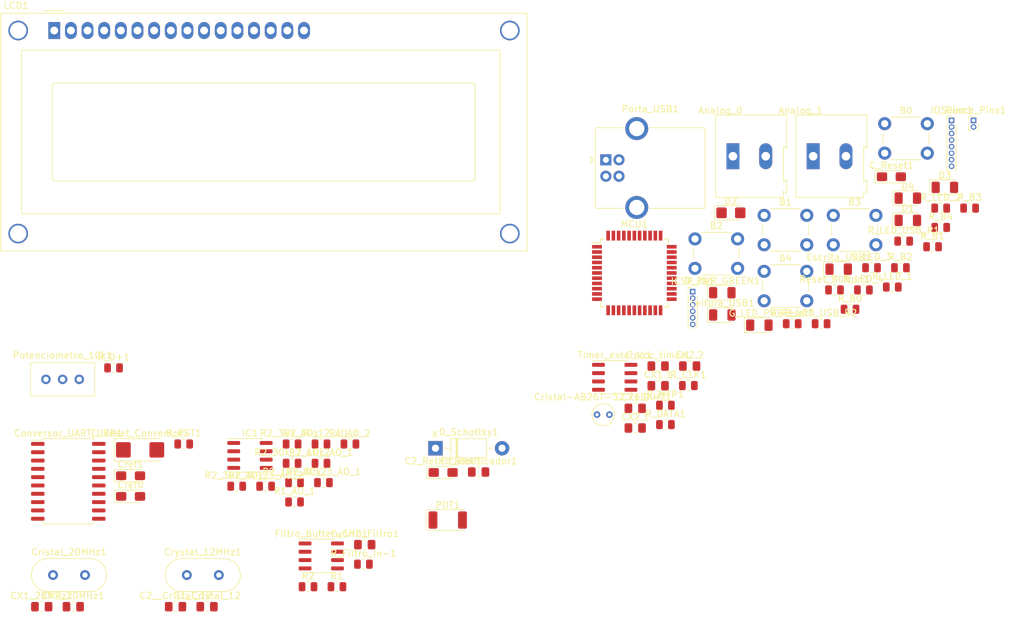
<source format=kicad_pcb>
(kicad_pcb (version 20171130) (host pcbnew "(5.1.9)-1")
  (layers (0 F.Cu signal) (31 B.Cu signal) (34 B.Paste user) (35 F.Paste user) (36 B.SilkS user) (37 F.SilkS user) (38 B.Mask user) (39 F.Mask user) (44 Edge.Cuts user))
  (net 0 "")
  (net 1 /LM358/V-_1)
  (net 2 /LM358/V+_1)
  (net 3 /LM358/V+_2)
  (net 4 /LM358/V-_2)
  (net 5 GNDREF)
  (net 6 /Analog_KB)
  (net 7 "Net-(B1-Pad1)")
  (net 8 "Net-(B2-Pad1)")
  (net 9 "Net-(B3-Pad1)")
  (net 10 "Net-(B4-Pad1)")
  (net 11 /Conversor_UART_USB/sheet60BE6300/X1)
  (net 12 "Net-(C1_Retificador1-Pad1)")
  (net 13 /Conversor_UART_USB/sheet60BE6300/X2)
  (net 14 Vcc_5v)
  (net 15 "Net-(C_GND_Filtro1-Pad1)")
  (net 16 /MCLR)
  (net 17 "Net-(C_Reset_Conversor1-Pad1)")
  (net 18 /USB_T_Led)
  (net 19 /USB_R_Led)
  (net 20 "Net-(Conversor_UART_USB1-Pad7)")
  (net 21 "Net-(Conversor_UART_USB1-Pad8)")
  (net 22 "Net-(Conversor_UART_USB1-Pad9)")
  (net 23 /PIC_Rx)
  (net 24 /RTS_Conversor)
  (net 25 /PIC_Tx)
  (net 26 /CTS_Conversor)
  (net 27 "Net-(Conversor_UART_USB1-Pad14)")
  (net 28 "Net-(Conversor_UART_USB1-Pad15)")
  (net 29 "Net-(Conversor_UART_USB1-Pad16)")
  (net 30 "Net-(Conversor_UART_USB1-Pad17)")
  (net 31 /USB_D-)
  (net 32 /USB_D+)
  (net 33 "Net-(CX1.1-Pad1)")
  (net 34 "Net-(CX2.1-Pad2)")
  (net 35 /X1_20MHx)
  (net 36 /X2_20MHz)
  (net 37 "Net-(D1-Pad2)")
  (net 38 "Net-(D2-Pad2)")
  (net 39 "Net-(D3-Pad2)")
  (net 40 "Net-(D4-Pad2)")
  (net 41 "Net-(D_PWR_GREEN1-Pad2)")
  (net 42 VCC)
  (net 43 "Net-(Escrita_USB1-Pad2)")
  (net 44 "Net-(Filtro_Butterworth1-Pad7)")
  (net 45 "Net-(Filtro_Butterworth1-Pad6)")
  (net 46 "Net-(Filtro_Butterworth1-Pad5)")
  (net 47 "Net-(Filtro_Butterworth1-Pad2)")
  (net 48 /PWM_Out)
  (net 49 /Analog_0)
  (net 50 "Net-(Ganho_AO_1-Pad5)")
  (net 51 "Net-(Ganho_AO_2-Pad5)")
  (net 52 /Analog_1)
  (net 53 /ICSP_RST)
  (net 54 /ICSP_Data)
  (net 55 /ICSP_Clk)
  (net 56 /ICSP_Enable)
  (net 57 /IO_00)
  (net 58 /IO_01)
  (net 59 /IO_02)
  (net 60 /IO_03)
  (net 61 /IO_04)
  (net 62 /IO_05)
  (net 63 /IO_06)
  (net 64 /IO_07)
  (net 65 "Net-(LCD1-Pad3)")
  (net 66 /LCD_RS)
  (net 67 /LCD_RW)
  (net 68 /LCD_ENABLE)
  (net 69 /LCD_B0)
  (net 70 /LCD_B1)
  (net 71 /LCD_B2)
  (net 72 /LCD_B3)
  (net 73 /LCD_B4)
  (net 74 /LCD_B5)
  (net 75 /LCD_B6)
  (net 76 /LCD_B7)
  (net 77 "Net-(LCD1-Pad15)")
  (net 78 "Net-(Leitura_USB1-Pad2)")
  (net 79 /Serial_Data)
  (net 80 /Serial_Clk)
  (net 81 /Interrupt_timer)
  (net 82 /Analog_2)
  (net 83 "Net-(MCU1-Pad34)")
  (net 84 /PWM)
  (net 85 VUSB_3.3v)
  (net 86 /Vbus_Externo)
  (net 87 "Net-(Porta_USB1-Pad5)")
  (net 88 "Net-(POT1-Pad1)")
  (net 89 "Net-(Ganho_AO_1-Pad2)")
  (net 90 "Net-(Ganho_AO_2-Pad2)")
  (net 91 "Net-(R2_30k_2_AO_1-Pad2)")
  (net 92 "Net-(Ganho_AO_1-Pad3)")
  (net 93 "Net-(R2_30k_2_AO_2-Pad2)")
  (net 94 "Net-(Ganho_AO_2-Pad3)")
  (net 95 "Net-(Ganho_AO_1-Pad4)")
  (net 96 "Net-(Ganho_AO_2-Pad4)")
  (net 97 /IO_00_LED_1)
  (net 98 /IO_01_LED_2)
  (net 99 /IO_02_LED_3)
  (net 100 /IO_03_LED_4)
  (module TerminalBlock:TerminalBlock_Altech_AK300-2_P5.00mm (layer F.Cu) (at 517.555001 -74.784999)
    (fp_text reference Analog_0 (at -1.92 -6.99) (layer F.SilkS))
    (fp_text value Screw_Terminal_01x02)
    (pad 1 thru_hole rect (at 0 0) (size 1.98 3.96) (drill 1.32) (layers *.Cu *.Mask) (net 1 /LM358/V-_1))
    (pad 2 thru_hole oval (at 5 0) (size 1.98 3.96) (drill 1.32) (layers *.Cu *.Mask) (net 2 /LM358/V+_1))
  )
  (module TerminalBlock:TerminalBlock_Altech_AK300-2_P5.00mm (layer F.Cu) (at 529.795001 -74.784999)
    (fp_text reference Analog_1 (at -1.92 -6.99) (layer F.SilkS))
    (fp_text value Screw_Terminal_01x02)
    (pad 2 thru_hole oval (at 5 0) (size 1.98 3.96) (drill 1.32) (layers *.Cu *.Mask) (net 3 /LM358/V+_2))
    (pad 1 thru_hole rect (at 0 0) (size 1.98 3.96) (drill 1.32) (layers *.Cu *.Mask) (net 4 /LM358/V-_2))
  )
  (module Button_Switch_THT:SW_PUSH_6mm (layer F.Cu) (at 540.705001 -79.754999)
    (fp_text reference B0 (at 3.25 -2) (layer F.SilkS))
    (fp_text value SW_Push)
    (pad 2 thru_hole circle (at 0 4.5 90) (size 2 2) (drill 1.1) (layers *.Cu *.Mask) (net 5 GNDREF))
    (pad 1 thru_hole circle (at 0 0 90) (size 2 2) (drill 1.1) (layers *.Cu *.Mask) (net 6 /Analog_KB))
    (pad 2 thru_hole circle (at 6.5 4.5 90) (size 2 2) (drill 1.1) (layers *.Cu *.Mask) (net 5 GNDREF))
    (pad 1 thru_hole circle (at 6.5 0 90) (size 2 2) (drill 1.1) (layers *.Cu *.Mask) (net 6 /Analog_KB))
  )
  (module Button_Switch_THT:SW_PUSH_6mm (layer F.Cu) (at 522.315001 -65.764999)
    (fp_text reference B1 (at 3.25 -2) (layer F.SilkS))
    (fp_text value SW_Push)
    (pad 1 thru_hole circle (at 6.5 0 90) (size 2 2) (drill 1.1) (layers *.Cu *.Mask) (net 7 "Net-(B1-Pad1)"))
    (pad 2 thru_hole circle (at 6.5 4.5 90) (size 2 2) (drill 1.1) (layers *.Cu *.Mask) (net 5 GNDREF))
    (pad 1 thru_hole circle (at 0 0 90) (size 2 2) (drill 1.1) (layers *.Cu *.Mask) (net 7 "Net-(B1-Pad1)"))
    (pad 2 thru_hole circle (at 0 4.5 90) (size 2 2) (drill 1.1) (layers *.Cu *.Mask) (net 5 GNDREF))
  )
  (module Button_Switch_THT:SW_PUSH_6mm (layer F.Cu) (at 511.765001 -62.164999)
    (fp_text reference B2 (at 3.25 -2) (layer F.SilkS))
    (fp_text value SW_Push)
    (pad 2 thru_hole circle (at 0 4.5 90) (size 2 2) (drill 1.1) (layers *.Cu *.Mask) (net 5 GNDREF))
    (pad 1 thru_hole circle (at 0 0 90) (size 2 2) (drill 1.1) (layers *.Cu *.Mask) (net 8 "Net-(B2-Pad1)"))
    (pad 2 thru_hole circle (at 6.5 4.5 90) (size 2 2) (drill 1.1) (layers *.Cu *.Mask) (net 5 GNDREF))
    (pad 1 thru_hole circle (at 6.5 0 90) (size 2 2) (drill 1.1) (layers *.Cu *.Mask) (net 8 "Net-(B2-Pad1)"))
  )
  (module Button_Switch_THT:SW_PUSH_6mm (layer F.Cu) (at 532.865001 -65.764999)
    (fp_text reference B3 (at 3.25 -2) (layer F.SilkS))
    (fp_text value SW_Push)
    (pad 1 thru_hole circle (at 6.5 0 90) (size 2 2) (drill 1.1) (layers *.Cu *.Mask) (net 9 "Net-(B3-Pad1)"))
    (pad 2 thru_hole circle (at 6.5 4.5 90) (size 2 2) (drill 1.1) (layers *.Cu *.Mask) (net 5 GNDREF))
    (pad 1 thru_hole circle (at 0 0 90) (size 2 2) (drill 1.1) (layers *.Cu *.Mask) (net 9 "Net-(B3-Pad1)"))
    (pad 2 thru_hole circle (at 0 4.5 90) (size 2 2) (drill 1.1) (layers *.Cu *.Mask) (net 5 GNDREF))
  )
  (module Button_Switch_THT:SW_PUSH_6mm (layer F.Cu) (at 522.315001 -57.214999)
    (fp_text reference B4 (at 3.25 -2) (layer F.SilkS))
    (fp_text value SW_Push)
    (pad 2 thru_hole circle (at 0 4.5 90) (size 2 2) (drill 1.1) (layers *.Cu *.Mask) (net 5 GNDREF))
    (pad 1 thru_hole circle (at 0 0 90) (size 2 2) (drill 1.1) (layers *.Cu *.Mask) (net 10 "Net-(B4-Pad1)"))
    (pad 2 thru_hole circle (at 6.5 4.5 90) (size 2 2) (drill 1.1) (layers *.Cu *.Mask) (net 5 GNDREF))
    (pad 1 thru_hole circle (at 6.5 0 90) (size 2 2) (drill 1.1) (layers *.Cu *.Mask) (net 10 "Net-(B4-Pad1)"))
  )
  (module Capacitor_SMD:C_0805_2012Metric_Pad1.18x1.45mm_HandSolder (layer F.Cu) (at 437.335001 -6.014999)
    (fp_text reference C1_Cristal_12 (at 0 -1.68) (layer F.SilkS))
    (fp_text value 22pF)
    (pad 2 smd roundrect (at 1.0375 0) (size 1.175 1.45) (layers F.Cu F.Paste F.Mask) (roundrect_rratio 0.212766) (net 5 GNDREF))
    (pad 1 smd roundrect (at -1.0375 0) (size 1.175 1.45) (layers F.Cu F.Paste F.Mask) (roundrect_rratio 0.212766) (net 11 /Conversor_UART_USB/sheet60BE6300/X1))
  )
  (module Capacitor_SMD:C_0805_2012Metric_Pad1.18x1.45mm_HandSolder (layer F.Cu) (at 478.755001 -26.574999)
    (fp_text reference C1_Retificador1 (at 0 -1.68) (layer F.SilkS))
    (fp_text value 100n)
    (pad 1 smd roundrect (at -1.0375 0) (size 1.175 1.45) (layers F.Cu F.Paste F.Mask) (roundrect_rratio 0.212766) (net 12 "Net-(C1_Retificador1-Pad1)"))
    (pad 2 smd roundrect (at 1.0375 0) (size 1.175 1.45) (layers F.Cu F.Paste F.Mask) (roundrect_rratio 0.212766) (net 5 GNDREF))
  )
  (module Capacitor_SMD:C_0805_2012Metric_Pad1.18x1.45mm_HandSolder (layer F.Cu) (at 432.525001 -6.014999)
    (fp_text reference C2__Cristal_12 (at 0 -1.68) (layer F.SilkS))
    (fp_text value 22pF)
    (pad 1 smd roundrect (at -1.0375 0) (size 1.175 1.45) (layers F.Cu F.Paste F.Mask) (roundrect_rratio 0.212766) (net 13 /Conversor_UART_USB/sheet60BE6300/X2))
    (pad 2 smd roundrect (at 1.0375 0) (size 1.175 1.45) (layers F.Cu F.Paste F.Mask) (roundrect_rratio 0.212766) (net 5 GNDREF))
  )
  (module Capacitor_Tantalum_SMD:CP_EIA-3216-18_Kemet-A_Pad1.58x1.35mm_HandSolder (layer F.Cu) (at 473.345001 -26.504999)
    (fp_text reference C2_Retificador1 (at 0 -1.75) (layer F.SilkS))
    (fp_text value 10u)
    (pad 1 smd roundrect (at -1.4375 0) (size 1.575 1.35) (layers F.Cu F.Paste F.Mask) (roundrect_rratio 0.185185) (net 14 Vcc_5v))
    (pad 2 smd roundrect (at 1.4375 0) (size 1.575 1.35) (layers F.Cu F.Paste F.Mask) (roundrect_rratio 0.185185) (net 5 GNDREF))
  )
  (module Capacitor_SMD:C_0805_2012Metric_Pad1.18x1.45mm_HandSolder (layer F.Cu) (at 461.385001 -15.484999)
    (fp_text reference C_GND_Filtro1 (at 0 -1.68) (layer F.SilkS))
    (fp_text value 10nF)
    (pad 1 smd roundrect (at -1.0375 0) (size 1.175 1.45) (layers F.Cu F.Paste F.Mask) (roundrect_rratio 0.212766) (net 15 "Net-(C_GND_Filtro1-Pad1)"))
    (pad 2 smd roundrect (at 1.0375 0) (size 1.175 1.45) (layers F.Cu F.Paste F.Mask) (roundrect_rratio 0.212766) (net 5 GNDREF))
  )
  (module Capacitor_Tantalum_SMD:CP_EIA-3216-18_Kemet-A_Pad1.58x1.35mm_HandSolder (layer F.Cu) (at 541.725001 -71.654999)
    (fp_text reference C_Reset1 (at 0 -1.75) (layer F.SilkS))
    (fp_text value 10uF)
    (pad 2 smd roundrect (at 1.4375 0) (size 1.575 1.35) (layers F.Cu F.Paste F.Mask) (roundrect_rratio 0.185185) (net 5 GNDREF))
    (pad 1 smd roundrect (at -1.4375 0) (size 1.575 1.35) (layers F.Cu F.Paste F.Mask) (roundrect_rratio 0.185185) (net 16 /MCLR))
  )
  (module Capacitor_Tantalum_SMD:CP_EIA-6032-28_Kemet-C_Pad2.25x2.35mm_HandSolder (layer F.Cu) (at 427.115001 -29.954999)
    (fp_text reference C_Reset_Conversor1 (at 0 -2.55) (layer F.SilkS))
    (fp_text value 1uF)
    (pad 1 smd roundrect (at -2.55 0) (size 2.25 2.35) (layers F.Cu F.Paste F.Mask) (roundrect_rratio 0.111111) (net 17 "Net-(C_Reset_Conversor1-Pad1)"))
    (pad 2 smd roundrect (at 2.55 0) (size 2.25 2.35) (layers F.Cu F.Paste F.Mask) (roundrect_rratio 0.111111) (net 5 GNDREF))
  )
  (module Capacitor_SMD:C_0805_2012Metric_Pad1.18x1.45mm_HandSolder (layer F.Cu) (at 506.145001 -42.754999)
    (fp_text reference C_Vcc_timer1 (at 0 -1.68) (layer F.SilkS))
    (fp_text value 100n)
    (pad 2 smd roundrect (at 1.0375 0) (size 1.175 1.45) (layers F.Cu F.Paste F.Mask) (roundrect_rratio 0.212766) (net 14 Vcc_5v))
    (pad 1 smd roundrect (at -1.0375 0) (size 1.175 1.45) (layers F.Cu F.Paste F.Mask) (roundrect_rratio 0.212766) (net 5 GNDREF))
  )
  (module Package_SO:SOIC-20W_7.5x12.8mm_P1.27mm (layer F.Cu) (at 416.165001 -25.154999)
    (fp_text reference Conversor_UART_USB1 (at 0 -7.35) (layer F.SilkS))
    (fp_text value MCP2200-I-SO)
    (pad 1 smd roundrect (at -4.65 -5.715) (size 2.05 0.6) (layers F.Cu F.Paste F.Mask) (net 14 Vcc_5v))
    (pad 2 smd roundrect (at -4.65 -4.445) (size 2.05 0.6) (layers F.Cu F.Paste F.Mask) (net 11 /Conversor_UART_USB/sheet60BE6300/X1))
    (pad 3 smd roundrect (at -4.65 -3.175) (size 2.05 0.6) (layers F.Cu F.Paste F.Mask) (net 13 /Conversor_UART_USB/sheet60BE6300/X2))
    (pad 4 smd roundrect (at -4.65 -1.905) (size 2.05 0.6) (layers F.Cu F.Paste F.Mask) (net 17 "Net-(C_Reset_Conversor1-Pad1)"))
    (pad 5 smd roundrect (at -4.65 -0.635) (size 2.05 0.6) (layers F.Cu F.Paste F.Mask) (net 18 /USB_T_Led))
    (pad 6 smd roundrect (at -4.65 0.635) (size 2.05 0.6) (layers F.Cu F.Paste F.Mask) (net 19 /USB_R_Led))
    (pad 7 smd roundrect (at -4.65 1.905) (size 2.05 0.6) (layers F.Cu F.Paste F.Mask) (net 20 "Net-(Conversor_UART_USB1-Pad7)"))
    (pad 8 smd roundrect (at -4.65 3.175) (size 2.05 0.6) (layers F.Cu F.Paste F.Mask) (net 21 "Net-(Conversor_UART_USB1-Pad8)"))
    (pad 9 smd roundrect (at -4.65 4.445) (size 2.05 0.6) (layers F.Cu F.Paste F.Mask) (net 22 "Net-(Conversor_UART_USB1-Pad9)"))
    (pad 10 smd roundrect (at -4.65 5.715) (size 2.05 0.6) (layers F.Cu F.Paste F.Mask) (net 23 /PIC_Rx))
    (pad 11 smd roundrect (at 4.65 5.715) (size 2.05 0.6) (layers F.Cu F.Paste F.Mask) (net 24 /RTS_Conversor))
    (pad 12 smd roundrect (at 4.65 4.445) (size 2.05 0.6) (layers F.Cu F.Paste F.Mask) (net 25 /PIC_Tx))
    (pad 13 smd roundrect (at 4.65 3.175) (size 2.05 0.6) (layers F.Cu F.Paste F.Mask) (net 26 /CTS_Conversor))
    (pad 14 smd roundrect (at 4.65 1.905) (size 2.05 0.6) (layers F.Cu F.Paste F.Mask) (net 27 "Net-(Conversor_UART_USB1-Pad14)"))
    (pad 15 smd roundrect (at 4.65 0.635) (size 2.05 0.6) (layers F.Cu F.Paste F.Mask) (net 28 "Net-(Conversor_UART_USB1-Pad15)"))
    (pad 16 smd roundrect (at 4.65 -0.635) (size 2.05 0.6) (layers F.Cu F.Paste F.Mask) (net 29 "Net-(Conversor_UART_USB1-Pad16)"))
    (pad 17 smd roundrect (at 4.65 -1.905) (size 2.05 0.6) (layers F.Cu F.Paste F.Mask) (net 30 "Net-(Conversor_UART_USB1-Pad17)"))
    (pad 18 smd roundrect (at 4.65 -3.175) (size 2.05 0.6) (layers F.Cu F.Paste F.Mask) (net 31 /USB_D-))
    (pad 19 smd roundrect (at 4.65 -4.445) (size 2.05 0.6) (layers F.Cu F.Paste F.Mask) (net 32 /USB_D+))
    (pad 20 smd roundrect (at 4.65 -5.715) (size 2.05 0.6) (layers F.Cu F.Paste F.Mask) (net 5 GNDREF))
  )
  (module Capacitor_Tantalum_SMD:CP_EIA-3216-18_Kemet-A_Pad1.58x1.35mm_HandSolder (layer F.Cu) (at 425.665001 -22.854999)
    (fp_text reference Cref0 (at 0 -1.75) (layer F.SilkS))
    (fp_text value 10uF)
    (pad 2 smd roundrect (at 1.4375 0) (size 1.575 1.35) (layers F.Cu F.Paste F.Mask) (roundrect_rratio 0.185185) (net 30 "Net-(Conversor_UART_USB1-Pad17)"))
    (pad 1 smd roundrect (at -1.4375 0) (size 1.575 1.35) (layers F.Cu F.Paste F.Mask) (roundrect_rratio 0.185185) (net 5 GNDREF))
  )
  (module Capacitor_Tantalum_SMD:CP_EIA-3216-18_Kemet-A_Pad1.58x1.35mm_HandSolder (layer F.Cu) (at 425.665001 -26.004999)
    (fp_text reference Cref1 (at 0 -1.75) (layer F.SilkS))
    (fp_text value 10uF)
    (pad 1 smd roundrect (at -1.4375 0) (size 1.575 1.35) (layers F.Cu F.Paste F.Mask) (roundrect_rratio 0.185185) (net 5 GNDREF))
    (pad 2 smd roundrect (at 1.4375 0) (size 1.575 1.35) (layers F.Cu F.Paste F.Mask) (roundrect_rratio 0.185185) (net 30 "Net-(Conversor_UART_USB1-Pad17)"))
  )
  (module Crystal:Crystal_Round_D3.0mm_Vertical (layer F.Cu) (at 496.815001 -35.334999)
    (fp_text reference Cristal-AB26T-32.768KHZ1 (at 0.95 -2.7) (layer F.SilkS))
    (fp_text value 32.768kHz)
    (pad 1 thru_hole circle (at 0 0) (size 1 1) (drill 0.5) (layers *.Cu *.Mask) (net 33 "Net-(CX1.1-Pad1)"))
    (pad 2 thru_hole circle (at 1.9 0) (size 1 1) (drill 0.5) (layers *.Cu *.Mask) (net 34 "Net-(CX2.1-Pad2)"))
  )
  (module Crystal:Crystal_HC49-4H_Vertical (layer F.Cu) (at 413.835001 -10.844999)
    (fp_text reference Cristal_20MHz1 (at 2.44 -3.525) (layer F.SilkS))
    (fp_text value 20MHz)
    (pad 1 thru_hole circle (at 0 0) (size 1.5 1.5) (drill 0.8) (layers *.Cu *.Mask) (net 35 /X1_20MHx))
    (pad 2 thru_hole circle (at 4.88 0) (size 1.5 1.5) (drill 0.8) (layers *.Cu *.Mask) (net 36 /X2_20MHz))
  )
  (module Crystal:Crystal_HC49-4H_Vertical (layer F.Cu) (at 434.245001 -10.844999)
    (fp_text reference Crystal_12MHz1 (at 2.44 -3.525) (layer F.SilkS))
    (fp_text value 12MHz)
    (pad 2 thru_hole circle (at 4.88 0) (size 1.5 1.5) (drill 0.8) (layers *.Cu *.Mask) (net 13 /Conversor_UART_USB/sheet60BE6300/X2))
    (pad 1 thru_hole circle (at 0 0) (size 1.5 1.5) (drill 0.8) (layers *.Cu *.Mask) (net 11 /Conversor_UART_USB/sheet60BE6300/X1))
  )
  (module Capacitor_SMD:C_0805_2012Metric_Pad1.18x1.45mm_HandSolder (layer F.Cu) (at 502.645001 -36.304999)
    (fp_text reference CX1.2 (at 0 -1.68) (layer F.SilkS))
    (fp_text value 15pF)
    (pad 1 smd roundrect (at -1.0375 0) (size 1.175 1.45) (layers F.Cu F.Paste F.Mask) (roundrect_rratio 0.212766) (net 33 "Net-(CX1.1-Pad1)"))
    (pad 2 smd roundrect (at 1.0375 0) (size 1.175 1.45) (layers F.Cu F.Paste F.Mask) (roundrect_rratio 0.212766) (net 5 GNDREF))
  )
  (module Capacitor_SMD:C_0805_2012Metric_Pad1.18x1.45mm_HandSolder (layer F.Cu) (at 506.145001 -39.744999)
    (fp_text reference CX1.1 (at 0 -1.68) (layer F.SilkS))
    (fp_text value 10pF)
    (pad 2 smd roundrect (at 1.0375 0) (size 1.175 1.45) (layers F.Cu F.Paste F.Mask) (roundrect_rratio 0.212766) (net 5 GNDREF))
    (pad 1 smd roundrect (at -1.0375 0) (size 1.175 1.45) (layers F.Cu F.Paste F.Mask) (roundrect_rratio 0.212766) (net 33 "Net-(CX1.1-Pad1)"))
  )
  (module Capacitor_SMD:C_0805_2012Metric_Pad1.18x1.45mm_HandSolder (layer F.Cu) (at 510.955001 -42.754999)
    (fp_text reference CX2.2 (at 0 -1.68) (layer F.SilkS))
    (fp_text value 15pF)
    (pad 2 smd roundrect (at 1.0375 0) (size 1.175 1.45) (layers F.Cu F.Paste F.Mask) (roundrect_rratio 0.212766) (net 5 GNDREF))
    (pad 1 smd roundrect (at -1.0375 0) (size 1.175 1.45) (layers F.Cu F.Paste F.Mask) (roundrect_rratio 0.212766) (net 34 "Net-(CX2.1-Pad2)"))
  )
  (module Capacitor_SMD:C_0805_2012Metric_Pad1.18x1.45mm_HandSolder (layer F.Cu) (at 502.645001 -33.294999)
    (fp_text reference CX2.1 (at 0 -1.68) (layer F.SilkS))
    (fp_text value 10pF)
    (pad 1 smd roundrect (at -1.0375 0) (size 1.175 1.45) (layers F.Cu F.Paste F.Mask) (roundrect_rratio 0.212766) (net 5 GNDREF))
    (pad 2 smd roundrect (at 1.0375 0) (size 1.175 1.45) (layers F.Cu F.Paste F.Mask) (roundrect_rratio 0.212766) (net 34 "Net-(CX2.1-Pad2)"))
  )
  (module Capacitor_SMD:C_0805_2012Metric_Pad1.18x1.45mm_HandSolder (layer F.Cu) (at 412.115001 -6.014999)
    (fp_text reference CX1_20MHz1 (at 0 -1.68) (layer F.SilkS))
    (fp_text value 15pF)
    (pad 2 smd roundrect (at 1.0375 0) (size 1.175 1.45) (layers F.Cu F.Paste F.Mask) (roundrect_rratio 0.212766) (net 35 /X1_20MHx))
    (pad 1 smd roundrect (at -1.0375 0) (size 1.175 1.45) (layers F.Cu F.Paste F.Mask) (roundrect_rratio 0.212766) (net 5 GNDREF))
  )
  (module Capacitor_SMD:C_0805_2012Metric_Pad1.18x1.45mm_HandSolder (layer F.Cu) (at 416.925001 -6.014999)
    (fp_text reference CX2_20MHz1 (at 0 -1.68) (layer F.SilkS))
    (fp_text value 15pF)
    (pad 1 smd roundrect (at -1.0375 0) (size 1.175 1.45) (layers F.Cu F.Paste F.Mask) (roundrect_rratio 0.212766) (net 5 GNDREF))
    (pad 2 smd roundrect (at 1.0375 0) (size 1.175 1.45) (layers F.Cu F.Paste F.Mask) (roundrect_rratio 0.212766) (net 36 /X2_20MHz))
  )
  (module LED_SMD:LED_1206_3216Metric (layer F.Cu) (at 544.235001 -64.994999)
    (fp_text reference D1 (at 0 -1.82) (layer F.SilkS))
    (fp_text value LED)
    (pad 1 smd roundrect (at -1.4 0) (size 1.25 1.75) (layers F.Cu F.Paste F.Mask) (roundrect_rratio 0.2) (net 5 GNDREF))
    (pad 2 smd roundrect (at 1.4 0) (size 1.25 1.75) (layers F.Cu F.Paste F.Mask) (roundrect_rratio 0.2) (net 37 "Net-(D1-Pad2)"))
  )
  (module LED_SMD:LED_1206_3216Metric_Castellated (layer F.Cu) (at 517.245001 -66.144999)
    (fp_text reference D2 (at 0 -1.78) (layer F.SilkS))
    (fp_text value LED)
    (pad 1 smd roundrect (at -1.425 0) (size 1.6 1.65) (layers F.Cu F.Paste F.Mask) (roundrect_rratio 0.15625) (net 5 GNDREF))
    (pad 2 smd roundrect (at 1.425 0) (size 1.6 1.65) (layers F.Cu F.Paste F.Mask) (roundrect_rratio 0.15625) (net 38 "Net-(D2-Pad2)"))
  )
  (module LED_SMD:LED_1206_3216Metric (layer F.Cu) (at 549.885001 -70.034999)
    (fp_text reference D3 (at 0 -1.82) (layer F.SilkS))
    (fp_text value LED)
    (pad 1 smd roundrect (at -1.4 0) (size 1.25 1.75) (layers F.Cu F.Paste F.Mask) (roundrect_rratio 0.2) (net 5 GNDREF))
    (pad 2 smd roundrect (at 1.4 0) (size 1.25 1.75) (layers F.Cu F.Paste F.Mask) (roundrect_rratio 0.2) (net 39 "Net-(D3-Pad2)"))
  )
  (module LED_SMD:LED_1206_3216Metric (layer F.Cu) (at 544.235001 -68.384999)
    (fp_text reference D4 (at 0 -1.82) (layer F.SilkS))
    (fp_text value LED)
    (pad 2 smd roundrect (at 1.4 0) (size 1.25 1.75) (layers F.Cu F.Paste F.Mask) (roundrect_rratio 0.2) (net 40 "Net-(D4-Pad2)"))
    (pad 1 smd roundrect (at -1.4 0) (size 1.25 1.75) (layers F.Cu F.Paste F.Mask) (roundrect_rratio 0.2) (net 5 GNDREF))
  )
  (module LED_SMD:LED_1206_3216Metric (layer F.Cu) (at 515.935001 -53.944999)
    (fp_text reference D_PWR_GREEN1 (at 0 -1.82) (layer F.SilkS))
    (fp_text value G_LED)
    (pad 1 smd roundrect (at -1.4 0) (size 1.25 1.75) (layers F.Cu F.Paste F.Mask) (roundrect_rratio 0.2) (net 5 GNDREF))
    (pad 2 smd roundrect (at 1.4 0) (size 1.25 1.75) (layers F.Cu F.Paste F.Mask) (roundrect_rratio 0.2) (net 41 "Net-(D_PWR_GREEN1-Pad2)"))
  )
  (module Diode_THT:D_DO-41_SOD81_P10.16mm_Horizontal (layer F.Cu) (at 472.175001 -30.204999)
    (fp_text reference D_Schottky1 (at 5.08 -2.47) (layer F.SilkS))
    (fp_text value 1N5819)
    (fp_text user K (at 0 -2.1) (layer F.SilkS))
    (pad 1 thru_hole rect (at 0 0) (size 2.2 2.2) (drill 1.1) (layers *.Cu *.Mask) (net 12 "Net-(C1_Retificador1-Pad1)"))
    (pad 2 thru_hole oval (at 10.16 0) (size 2.2 2.2) (drill 1.1) (layers *.Cu *.Mask) (net 42 VCC))
  )
  (module LED_SMD:LED_1206_3216Metric (layer F.Cu) (at 533.685001 -57.544999)
    (fp_text reference Escrita_USB1 (at 0 -1.82) (layer F.SilkS))
    (fp_text value LED)
    (pad 2 smd roundrect (at 1.4 0) (size 1.25 1.75) (layers F.Cu F.Paste F.Mask) (roundrect_rratio 0.2) (net 43 "Net-(Escrita_USB1-Pad2)"))
    (pad 1 smd roundrect (at -1.4 0) (size 1.25 1.75) (layers F.Cu F.Paste F.Mask) (roundrect_rratio 0.2) (net 5 GNDREF))
  )
  (module Package_SO:SOIC-8_3.9x4.9mm_P1.27mm (layer F.Cu) (at 454.755001 -13.764999)
    (fp_text reference Filtro_Butterworth1 (at 0 -3.4) (layer F.SilkS))
    (fp_text value LM358)
    (pad 8 smd roundrect (at 2.475 -1.905) (size 1.95 0.6) (layers F.Cu F.Paste F.Mask) (net 14 Vcc_5v))
    (pad 7 smd roundrect (at 2.475 -0.635) (size 1.95 0.6) (layers F.Cu F.Paste F.Mask) (net 44 "Net-(Filtro_Butterworth1-Pad7)"))
    (pad 6 smd roundrect (at 2.475 0.635) (size 1.95 0.6) (layers F.Cu F.Paste F.Mask) (net 45 "Net-(Filtro_Butterworth1-Pad6)"))
    (pad 5 smd roundrect (at 2.475 1.905) (size 1.95 0.6) (layers F.Cu F.Paste F.Mask) (net 46 "Net-(Filtro_Butterworth1-Pad5)"))
    (pad 4 smd roundrect (at -2.475 1.905) (size 1.95 0.6) (layers F.Cu F.Paste F.Mask) (net 5 GNDREF))
    (pad 3 smd roundrect (at -2.475 0.635) (size 1.95 0.6) (layers F.Cu F.Paste F.Mask) (net 15 "Net-(C_GND_Filtro1-Pad1)"))
    (pad 2 smd roundrect (at -2.475 -0.635) (size 1.95 0.6) (layers F.Cu F.Paste F.Mask) (net 47 "Net-(Filtro_Butterworth1-Pad2)"))
    (pad 1 smd roundrect (at -2.475 -1.905) (size 1.95 0.6) (layers F.Cu F.Paste F.Mask) (net 48 /PWM_Out))
  )
  (module LED_SMD:LED_1206_3216Metric (layer F.Cu) (at 521.585001 -48.994999)
    (fp_text reference G_LED_PWR1 (at 0 -1.82) (layer F.SilkS))
    (fp_text value 200)
    (pad 2 smd roundrect (at 1.4 0) (size 1.25 1.75) (layers F.Cu F.Paste F.Mask) (roundrect_rratio 0.2) (net 14 Vcc_5v))
    (pad 1 smd roundrect (at -1.4 0) (size 1.25 1.75) (layers F.Cu F.Paste F.Mask) (roundrect_rratio 0.2) (net 41 "Net-(D_PWR_GREEN1-Pad2)"))
  )
  (module Package_SO:SOIC-8_3.9x4.9mm_P1.27mm (layer F.Cu) (at 443.875001 -29.104999)
    (fp_text reference IC1 (at 0 -3.4) (layer F.SilkS))
    (fp_text value LM358)
    (pad 1 smd roundrect (at -2.475 -1.905) (size 1.95 0.6) (layers F.Cu F.Paste F.Mask) (net 49 /Analog_0))
    (pad 2 smd roundrect (at -2.475 -0.635) (size 1.95 0.6) (layers F.Cu F.Paste F.Mask) (net 50 "Net-(Ganho_AO_1-Pad5)"))
    (pad 3 smd roundrect (at -2.475 0.635) (size 1.95 0.6) (layers F.Cu F.Paste F.Mask) (net 2 /LM358/V+_1))
    (pad 4 smd roundrect (at -2.475 1.905) (size 1.95 0.6) (layers F.Cu F.Paste F.Mask) (net 5 GNDREF))
    (pad 5 smd roundrect (at 2.475 1.905) (size 1.95 0.6) (layers F.Cu F.Paste F.Mask) (net 3 /LM358/V+_2))
    (pad 6 smd roundrect (at 2.475 0.635) (size 1.95 0.6) (layers F.Cu F.Paste F.Mask) (net 51 "Net-(Ganho_AO_2-Pad5)"))
    (pad 7 smd roundrect (at 2.475 -0.635) (size 1.95 0.6) (layers F.Cu F.Paste F.Mask) (net 52 /Analog_1))
    (pad 8 smd roundrect (at 2.475 -1.905) (size 1.95 0.6) (layers F.Cu F.Paste F.Mask) (net 14 Vcc_5v))
  )
  (module Connector_PinHeader_1.00mm:PinHeader_1x06_P1.00mm_Vertical (layer F.Cu) (at 511.415001 -54.114999)
    (fp_text reference ICSP_IO1 (at 0 -1.56) (layer F.SilkS))
    (fp_text value Conn_01x06_Male)
    (pad 1 thru_hole rect (at 0 0) (size 0.85 0.85) (drill 0.5) (layers *.Cu *.Mask) (net 53 /ICSP_RST))
    (pad 2 thru_hole oval (at 0 1) (size 0.85 0.85) (drill 0.5) (layers *.Cu *.Mask) (net 14 Vcc_5v))
    (pad 3 thru_hole oval (at 0 2) (size 0.85 0.85) (drill 0.5) (layers *.Cu *.Mask) (net 5 GNDREF))
    (pad 4 thru_hole oval (at 0 3) (size 0.85 0.85) (drill 0.5) (layers *.Cu *.Mask) (net 54 /ICSP_Data))
    (pad 5 thru_hole oval (at 0 4) (size 0.85 0.85) (drill 0.5) (layers *.Cu *.Mask) (net 55 /ICSP_Clk))
    (pad 6 thru_hole oval (at 0 5) (size 0.85 0.85) (drill 0.5) (layers *.Cu *.Mask) (net 56 /ICSP_Enable))
  )
  (module Connector_PinHeader_1.00mm:PinHeader_1x08_P1.00mm_Vertical (layer F.Cu) (at 550.905001 -80.254999)
    (fp_text reference IO_Pins1 (at 0 -1.56) (layer F.SilkS))
    (fp_text value Conn_01x08_Female)
    (pad 1 thru_hole rect (at 0 0) (size 0.85 0.85) (drill 0.5) (layers *.Cu *.Mask) (net 57 /IO_00))
    (pad 2 thru_hole oval (at 0 1) (size 0.85 0.85) (drill 0.5) (layers *.Cu *.Mask) (net 58 /IO_01))
    (pad 3 thru_hole oval (at 0 2) (size 0.85 0.85) (drill 0.5) (layers *.Cu *.Mask) (net 59 /IO_02))
    (pad 4 thru_hole oval (at 0 3) (size 0.85 0.85) (drill 0.5) (layers *.Cu *.Mask) (net 60 /IO_03))
    (pad 5 thru_hole oval (at 0 4) (size 0.85 0.85) (drill 0.5) (layers *.Cu *.Mask) (net 61 /IO_04))
    (pad 6 thru_hole oval (at 0 5) (size 0.85 0.85) (drill 0.5) (layers *.Cu *.Mask) (net 62 /IO_05))
    (pad 7 thru_hole oval (at 0 6) (size 0.85 0.85) (drill 0.5) (layers *.Cu *.Mask) (net 63 /IO_06))
    (pad 8 thru_hole oval (at 0 7) (size 0.85 0.85) (drill 0.5) (layers *.Cu *.Mask) (net 64 /IO_07))
  )
  (module Display:WC1602A (layer F.Cu) (at 414.02 -93.98)
    (fp_text reference LCD1 (at -5.82 -3.81) (layer F.SilkS))
    (fp_text value RC1602A)
    (pad 1 thru_hole rect (at 0 0) (size 1.8 2.6) (drill 1.2) (layers *.Cu *.Mask) (net 5 GNDREF))
    (pad 2 thru_hole oval (at 2.54 0) (size 1.8 2.6) (drill 1.2) (layers *.Cu *.Mask) (net 14 Vcc_5v))
    (pad 3 thru_hole oval (at 5.08 0) (size 1.8 2.6) (drill 1.2) (layers *.Cu *.Mask) (net 65 "Net-(LCD1-Pad3)"))
    (pad 4 thru_hole oval (at 7.62 0) (size 1.8 2.6) (drill 1.2) (layers *.Cu *.Mask) (net 66 /LCD_RS))
    (pad 5 thru_hole oval (at 10.16 0) (size 1.8 2.6) (drill 1.2) (layers *.Cu *.Mask) (net 67 /LCD_RW))
    (pad 6 thru_hole oval (at 12.7 0) (size 1.8 2.6) (drill 1.2) (layers *.Cu *.Mask) (net 68 /LCD_ENABLE))
    (pad 7 thru_hole oval (at 15.24 0) (size 1.8 2.6) (drill 1.2) (layers *.Cu *.Mask) (net 69 /LCD_B0))
    (pad 8 thru_hole oval (at 17.78 0) (size 1.8 2.6) (drill 1.2) (layers *.Cu *.Mask) (net 70 /LCD_B1))
    (pad 9 thru_hole oval (at 20.32 0) (size 1.8 2.6) (drill 1.2) (layers *.Cu *.Mask) (net 71 /LCD_B2))
    (pad 10 thru_hole oval (at 22.86 0) (size 1.8 2.6) (drill 1.2) (layers *.Cu *.Mask) (net 72 /LCD_B3))
    (pad 11 thru_hole oval (at 25.4 0) (size 1.8 2.6) (drill 1.2) (layers *.Cu *.Mask) (net 73 /LCD_B4))
    (pad 12 thru_hole oval (at 27.94 0) (size 1.8 2.6) (drill 1.2) (layers *.Cu *.Mask) (net 74 /LCD_B5))
    (pad 13 thru_hole oval (at 30.48 0) (size 1.8 2.6) (drill 1.2) (layers *.Cu *.Mask) (net 75 /LCD_B6))
    (pad 14 thru_hole oval (at 33.02 0) (size 1.8 2.6) (drill 1.2) (layers *.Cu *.Mask) (net 76 /LCD_B7))
    (pad 15 thru_hole oval (at 35.56 0) (size 1.8 2.6) (drill 1.2) (layers *.Cu *.Mask) (net 77 "Net-(LCD1-Pad15)"))
    (pad 16 thru_hole oval (at 38.1 0) (size 1.8 2.6) (drill 1.2) (layers *.Cu *.Mask) (net 5 GNDREF))
    (pad "" thru_hole circle (at -5.4991 0) (size 3 3) (drill 2.5) (layers *.Cu *.Mask))
    (pad "" thru_hole circle (at -5.4991 31.0007) (size 3 3) (drill 2.5) (layers *.Cu *.Mask))
    (pad "" thru_hole circle (at 69.49948 31.0007) (size 3 3) (drill 2.5) (layers *.Cu *.Mask))
    (pad "" thru_hole circle (at 69.5 0) (size 3 3) (drill 2.5) (layers *.Cu *.Mask))
  )
  (module LED_SMD:LED_1206_3216Metric (layer F.Cu) (at 515.935001 -50.554999)
    (fp_text reference Leitura_USB1 (at 0 -1.82) (layer F.SilkS))
    (fp_text value LED)
    (pad 1 smd roundrect (at -1.4 0) (size 1.25 1.75) (layers F.Cu F.Paste F.Mask) (roundrect_rratio 0.2) (net 5 GNDREF))
    (pad 2 smd roundrect (at 1.4 0) (size 1.25 1.75) (layers F.Cu F.Paste F.Mask) (roundrect_rratio 0.2) (net 78 "Net-(Leitura_USB1-Pad2)"))
  )
  (module Package_QFP:TQFP-44_10x10mm_P0.8mm (layer F.Cu) (at 502.515001 -56.964999)
    (fp_text reference MCU1 (at 0 -7.45) (layer F.SilkS))
    (fp_text value PIC18F4550-IPT)
    (pad 1 smd rect (at -5.7 -4) (size 1.5 0.55) (layers F.Cu F.Paste F.Mask) (net 23 /PIC_Rx))
    (pad 2 smd rect (at -5.7 -3.2) (size 1.5 0.55) (layers F.Cu F.Paste F.Mask) (net 73 /LCD_B4))
    (pad 3 smd rect (at -5.7 -2.4) (size 1.5 0.55) (layers F.Cu F.Paste F.Mask) (net 74 /LCD_B5))
    (pad 4 smd rect (at -5.7 -1.6) (size 1.5 0.55) (layers F.Cu F.Paste F.Mask) (net 75 /LCD_B6))
    (pad 5 smd rect (at -5.7 -0.8) (size 1.5 0.55) (layers F.Cu F.Paste F.Mask) (net 76 /LCD_B7))
    (pad 6 smd rect (at -5.7 0) (size 1.5 0.55) (layers F.Cu F.Paste F.Mask) (net 5 GNDREF))
    (pad 7 smd rect (at -5.7 0.8) (size 1.5 0.55) (layers F.Cu F.Paste F.Mask) (net 14 Vcc_5v))
    (pad 8 smd rect (at -5.7 1.6) (size 1.5 0.55) (layers F.Cu F.Paste F.Mask) (net 79 /Serial_Data))
    (pad 9 smd rect (at -5.7 2.4) (size 1.5 0.55) (layers F.Cu F.Paste F.Mask) (net 80 /Serial_Clk))
    (pad 10 smd rect (at -5.7 3.2) (size 1.5 0.55) (layers F.Cu F.Paste F.Mask) (net 81 /Interrupt_timer))
    (pad 11 smd rect (at -5.7 4) (size 1.5 0.55) (layers F.Cu F.Paste F.Mask) (net 24 /RTS_Conversor))
    (pad 12 smd rect (at -4 5.7 90) (size 1.5 0.55) (layers F.Cu F.Paste F.Mask) (net 55 /ICSP_Clk))
    (pad 13 smd rect (at -3.2 5.7 90) (size 1.5 0.55) (layers F.Cu F.Paste F.Mask) (net 54 /ICSP_Data))
    (pad 14 smd rect (at -2.4 5.7 90) (size 1.5 0.55) (layers F.Cu F.Paste F.Mask) (net 60 /IO_03))
    (pad 15 smd rect (at -1.6 5.7 90) (size 1.5 0.55) (layers F.Cu F.Paste F.Mask) (net 56 /ICSP_Enable))
    (pad 16 smd rect (at -0.8 5.7 90) (size 1.5 0.55) (layers F.Cu F.Paste F.Mask) (net 61 /IO_04))
    (pad 17 smd rect (at 0 5.7 90) (size 1.5 0.55) (layers F.Cu F.Paste F.Mask) (net 62 /IO_05))
    (pad 18 smd rect (at 0.8 5.7 90) (size 1.5 0.55) (layers F.Cu F.Paste F.Mask) (net 16 /MCLR))
    (pad 19 smd rect (at 1.6 5.7 90) (size 1.5 0.55) (layers F.Cu F.Paste F.Mask) (net 49 /Analog_0))
    (pad 20 smd rect (at 2.4 5.7 90) (size 1.5 0.55) (layers F.Cu F.Paste F.Mask) (net 52 /Analog_1))
    (pad 21 smd rect (at 3.2 5.7 90) (size 1.5 0.55) (layers F.Cu F.Paste F.Mask) (net 82 /Analog_2))
    (pad 22 smd rect (at 4 5.7 90) (size 1.5 0.55) (layers F.Cu F.Paste F.Mask) (net 59 /IO_02))
    (pad 23 smd rect (at 5.7 4) (size 1.5 0.55) (layers F.Cu F.Paste F.Mask) (net 66 /LCD_RS))
    (pad 24 smd rect (at 5.7 3.2) (size 1.5 0.55) (layers F.Cu F.Paste F.Mask) (net 67 /LCD_RW))
    (pad 25 smd rect (at 5.7 2.4) (size 1.5 0.55) (layers F.Cu F.Paste F.Mask) (net 6 /Analog_KB))
    (pad 26 smd rect (at 5.7 1.6) (size 1.5 0.55) (layers F.Cu F.Paste F.Mask) (net 63 /IO_06))
    (pad 27 smd rect (at 5.7 0.8) (size 1.5 0.55) (layers F.Cu F.Paste F.Mask) (net 64 /IO_07))
    (pad 28 smd rect (at 5.7 0) (size 1.5 0.55) (layers F.Cu F.Paste F.Mask) (net 14 Vcc_5v))
    (pad 29 smd rect (at 5.7 -0.8) (size 1.5 0.55) (layers F.Cu F.Paste F.Mask) (net 5 GNDREF))
    (pad 30 smd rect (at 5.7 -1.6) (size 1.5 0.55) (layers F.Cu F.Paste F.Mask) (net 35 /X1_20MHx))
    (pad 31 smd rect (at 5.7 -2.4) (size 1.5 0.55) (layers F.Cu F.Paste F.Mask) (net 36 /X2_20MHz))
    (pad 32 smd rect (at 5.7 -3.2) (size 1.5 0.55) (layers F.Cu F.Paste F.Mask) (net 57 /IO_00))
    (pad 33 smd rect (at 5.7 -4) (size 1.5 0.55) (layers F.Cu F.Paste F.Mask) (net 53 /ICSP_RST))
    (pad 34 smd rect (at 4 -5.7 90) (size 1.5 0.55) (layers F.Cu F.Paste F.Mask) (net 83 "Net-(MCU1-Pad34)"))
    (pad 35 smd rect (at 3.2 -5.7 90) (size 1.5 0.55) (layers F.Cu F.Paste F.Mask) (net 58 /IO_01))
    (pad 36 smd rect (at 2.4 -5.7 90) (size 1.5 0.55) (layers F.Cu F.Paste F.Mask) (net 84 /PWM))
    (pad 37 smd rect (at 1.6 -5.7 90) (size 1.5 0.55) (layers F.Cu F.Paste F.Mask) (net 85 VUSB_3.3v))
    (pad 38 smd rect (at 0.8 -5.7 90) (size 1.5 0.55) (layers F.Cu F.Paste F.Mask) (net 69 /LCD_B0))
    (pad 39 smd rect (at 0 -5.7 90) (size 1.5 0.55) (layers F.Cu F.Paste F.Mask) (net 70 /LCD_B1))
    (pad 40 smd rect (at -0.8 -5.7 90) (size 1.5 0.55) (layers F.Cu F.Paste F.Mask) (net 71 /LCD_B2))
    (pad 41 smd rect (at -1.6 -5.7 90) (size 1.5 0.55) (layers F.Cu F.Paste F.Mask) (net 72 /LCD_B3))
    (pad 42 smd rect (at -2.4 -5.7 90) (size 1.5 0.55) (layers F.Cu F.Paste F.Mask) (net 68 /LCD_ENABLE))
    (pad 43 smd rect (at -3.2 -5.7 90) (size 1.5 0.55) (layers F.Cu F.Paste F.Mask) (net 26 /CTS_Conversor))
    (pad 44 smd rect (at -4 -5.7 90) (size 1.5 0.55) (layers F.Cu F.Paste F.Mask) (net 25 /PIC_Tx))
  )
  (module Connector_USB:USB_B_OST_USB-B1HSxx_Horizontal (layer F.Cu) (at 498.170001 -74.234999)
    (fp_text reference Porta_USB1 (at 6.76 -7.77) (layer F.SilkS))
    (fp_text value USB_B)
    (pad 1 thru_hole rect (at 0 0) (size 1.7 1.7) (drill 0.92) (layers *.Cu *.Mask) (net 86 /Vbus_Externo))
    (pad 2 thru_hole circle (at 0 2.5) (size 1.7 1.7) (drill 0.92) (layers *.Cu *.Mask) (net 31 /USB_D-))
    (pad 3 thru_hole circle (at 2 2.5) (size 1.7 1.7) (drill 0.92) (layers *.Cu *.Mask) (net 32 /USB_D+))
    (pad 4 thru_hole circle (at 2 0) (size 1.7 1.7) (drill 0.92) (layers *.Cu *.Mask) (net 5 GNDREF))
    (pad 5 thru_hole circle (at 4.71 -4.77) (size 3.5 3.5) (drill 2.33) (layers *.Cu *.Mask) (net 87 "Net-(Porta_USB1-Pad5)"))
    (pad 5 thru_hole circle (at 4.71 7.27) (size 3.5 3.5) (drill 2.33) (layers *.Cu *.Mask) (net 87 "Net-(Porta_USB1-Pad5)"))
  )
  (module LED_SMD:LED_2010_5025Metric (layer F.Cu) (at 474.045001 -19.244999)
    (fp_text reference POT1 (at 0 -2.28) (layer F.SilkS))
    (fp_text value 10k)
    (pad 1 smd roundrect (at -2.25 0) (size 1.35 2.65) (layers F.Cu F.Paste F.Mask) (roundrect_rratio 0.185185) (net 88 "Net-(POT1-Pad1)"))
    (pad 2 smd roundrect (at 2.25 0) (size 1.35 2.65) (layers F.Cu F.Paste F.Mask) (roundrect_rratio 0.185185) (net 82 /Analog_2))
  )
  (module Potentiometer_THT:Potentiometer_Bourns_3296W_Vertical (layer F.Cu) (at 417.835001 -40.724999)
    (fp_text reference Potenciometro_10k1 (at -2.54 -3.66) (layer F.SilkS))
    (fp_text value 10k)
    (pad 1 thru_hole circle (at 0 0) (size 1.44 1.44) (drill 0.8) (layers *.Cu *.Mask) (net 5 GNDREF))
    (pad 2 thru_hole circle (at -2.54 0) (size 1.44 1.44) (drill 0.8) (layers *.Cu *.Mask) (net 65 "Net-(LCD1-Pad3)"))
    (pad 3 thru_hole circle (at -5.08 0) (size 1.44 1.44) (drill 0.8) (layers *.Cu *.Mask) (net 14 Vcc_5v))
  )
  (module Resistor_SMD:R_0805_2012Metric (layer F.Cu) (at 457.145001 -9.064999)
    (fp_text reference R1 (at 0 -1.65) (layer F.SilkS))
    (fp_text value R_Filtro_In+)
    (pad 2 smd roundrect (at 0.9125 0) (size 1.025 1.4) (layers F.Cu F.Paste F.Mask) (roundrect_rratio 0.243902) (net 47 "Net-(Filtro_Butterworth1-Pad2)"))
    (pad 1 smd roundrect (at -0.9125 0) (size 1.025 1.4) (layers F.Cu F.Paste F.Mask) (roundrect_rratio 0.243902) (net 5 GNDREF))
  )
  (module Resistor_SMD:R_0805_2012Metric (layer F.Cu) (at 452.735001 -9.064999)
    (fp_text reference R2 (at 0 -1.65) (layer F.SilkS))
    (fp_text value R_FB)
    (pad 1 smd roundrect (at -0.9125 0) (size 1.025 1.4) (layers F.Cu F.Paste F.Mask) (roundrect_rratio 0.243902) (net 47 "Net-(Filtro_Butterworth1-Pad2)"))
    (pad 2 smd roundrect (at 0.9125 0) (size 1.025 1.4) (layers F.Cu F.Paste F.Mask) (roundrect_rratio 0.243902) (net 48 /PWM_Out))
  )
  (module Resistor_SMD:R_0805_2012Metric (layer F.Cu) (at 450.675001 -22.004999)
    (fp_text reference R1_AO_1 (at 0 -1.65) (layer F.SilkS))
    (fp_text value 10k)
    (pad 1 smd roundrect (at -0.9125 0) (size 1.025 1.4) (layers F.Cu F.Paste F.Mask) (roundrect_rratio 0.243902) (net 50 "Net-(Ganho_AO_1-Pad5)"))
    (pad 2 smd roundrect (at 0.9125 0) (size 1.025 1.4) (layers F.Cu F.Paste F.Mask) (roundrect_rratio 0.243902) (net 1 /LM358/V-_1))
  )
  (module Resistor_SMD:R_0805_2012Metric (layer F.Cu) (at 459.125001 -30.854999)
    (fp_text reference R1_AO_2 (at 0 -1.65) (layer F.SilkS))
    (fp_text value 10k)
    (pad 1 smd roundrect (at -0.9125 0) (size 1.025 1.4) (layers F.Cu F.Paste F.Mask) (roundrect_rratio 0.243902) (net 4 /LM358/V-_2))
    (pad 2 smd roundrect (at 0.9125 0) (size 1.025 1.4) (layers F.Cu F.Paste F.Mask) (roundrect_rratio 0.243902) (net 51 "Net-(Ganho_AO_2-Pad5)"))
  )
  (module Resistor_SMD:R_0805_2012Metric (layer F.Cu) (at 454.715001 -27.904999)
    (fp_text reference R2_10k_AO_1 (at 0 -1.65) (layer F.SilkS))
    (fp_text value 10k)
    (pad 2 smd roundrect (at 0.9125 0) (size 1.025 1.4) (layers F.Cu F.Paste F.Mask) (roundrect_rratio 0.243902) (net 89 "Net-(Ganho_AO_1-Pad2)"))
    (pad 1 smd roundrect (at -0.9125 0) (size 1.025 1.4) (layers F.Cu F.Paste F.Mask) (roundrect_rratio 0.243902) (net 49 /Analog_0))
  )
  (module Resistor_SMD:R_0805_2012Metric (layer F.Cu) (at 450.675001 -24.954999)
    (fp_text reference R2_10k_AO_2 (at 0 -1.65) (layer F.SilkS))
    (fp_text value 10k)
    (pad 1 smd roundrect (at -0.9125 0) (size 1.025 1.4) (layers F.Cu F.Paste F.Mask) (roundrect_rratio 0.243902) (net 90 "Net-(Ganho_AO_2-Pad2)"))
    (pad 2 smd roundrect (at 0.9125 0) (size 1.025 1.4) (layers F.Cu F.Paste F.Mask) (roundrect_rratio 0.243902) (net 52 /Analog_1))
  )
  (module Resistor_SMD:R_0805_2012Metric (layer F.Cu) (at 454.715001 -30.854999)
    (fp_text reference R2_30k_2_AO_1 (at 0 -1.65) (layer F.SilkS))
    (fp_text value 30k)
    (pad 2 smd roundrect (at 0.9125 0) (size 1.025 1.4) (layers F.Cu F.Paste F.Mask) (roundrect_rratio 0.243902) (net 91 "Net-(R2_30k_2_AO_1-Pad2)"))
    (pad 1 smd roundrect (at -0.9125 0) (size 1.025 1.4) (layers F.Cu F.Paste F.Mask) (roundrect_rratio 0.243902) (net 92 "Net-(Ganho_AO_1-Pad3)"))
  )
  (module Resistor_SMD:R_0805_2012Metric (layer F.Cu) (at 450.305001 -27.904999)
    (fp_text reference R2_30k_2_AO_2 (at 0 -1.65) (layer F.SilkS))
    (fp_text value 30k)
    (pad 2 smd roundrect (at 0.9125 0) (size 1.025 1.4) (layers F.Cu F.Paste F.Mask) (roundrect_rratio 0.243902) (net 93 "Net-(R2_30k_2_AO_2-Pad2)"))
    (pad 1 smd roundrect (at -0.9125 0) (size 1.025 1.4) (layers F.Cu F.Paste F.Mask) (roundrect_rratio 0.243902) (net 94 "Net-(Ganho_AO_2-Pad3)"))
  )
  (module Resistor_SMD:R_0805_2012Metric (layer F.Cu) (at 455.085001 -24.954999)
    (fp_text reference R2_30k_3_AO_1 (at 0 -1.65) (layer F.SilkS))
    (fp_text value 30k)
    (pad 2 smd roundrect (at 0.9125 0) (size 1.025 1.4) (layers F.Cu F.Paste F.Mask) (roundrect_rratio 0.243902) (net 95 "Net-(Ganho_AO_1-Pad4)"))
    (pad 1 smd roundrect (at -0.9125 0) (size 1.025 1.4) (layers F.Cu F.Paste F.Mask) (roundrect_rratio 0.243902) (net 91 "Net-(R2_30k_2_AO_1-Pad2)"))
  )
  (module Resistor_SMD:R_0805_2012Metric (layer F.Cu) (at 446.265001 -24.404999)
    (fp_text reference R2_30k_3_AO_2 (at 0 -1.65) (layer F.SilkS))
    (fp_text value 30k)
    (pad 1 smd roundrect (at -0.9125 0) (size 1.025 1.4) (layers F.Cu F.Paste F.Mask) (roundrect_rratio 0.243902) (net 96 "Net-(Ganho_AO_2-Pad4)"))
    (pad 2 smd roundrect (at 0.9125 0) (size 1.025 1.4) (layers F.Cu F.Paste F.Mask) (roundrect_rratio 0.243902) (net 93 "Net-(R2_30k_2_AO_2-Pad2)"))
  )
  (module Resistor_SMD:R_0805_2012Metric (layer F.Cu) (at 450.305001 -30.854999)
    (fp_text reference R2_30k_AO_1 (at 0 -1.65) (layer F.SilkS))
    (fp_text value 30k)
    (pad 1 smd roundrect (at -0.9125 0) (size 1.025 1.4) (layers F.Cu F.Paste F.Mask) (roundrect_rratio 0.243902) (net 89 "Net-(Ganho_AO_1-Pad2)"))
    (pad 2 smd roundrect (at 0.9125 0) (size 1.025 1.4) (layers F.Cu F.Paste F.Mask) (roundrect_rratio 0.243902) (net 92 "Net-(Ganho_AO_1-Pad3)"))
  )
  (module Resistor_SMD:R_0805_2012Metric (layer F.Cu) (at 441.855001 -24.404999)
    (fp_text reference R2_30k_AO_2 (at 0 -1.65) (layer F.SilkS))
    (fp_text value 30k)
    (pad 1 smd roundrect (at -0.9125 0) (size 1.025 1.4) (layers F.Cu F.Paste F.Mask) (roundrect_rratio 0.243902) (net 90 "Net-(Ganho_AO_2-Pad2)"))
    (pad 2 smd roundrect (at 0.9125 0) (size 1.025 1.4) (layers F.Cu F.Paste F.Mask) (roundrect_rratio 0.243902) (net 94 "Net-(Ganho_AO_2-Pad3)"))
  )
  (module Resistor_SMD:R_0805_2012Metric (layer F.Cu) (at 535.415001 -51.424999)
    (fp_text reference R_B0 (at 0 -1.65) (layer F.SilkS))
    (fp_text value 2k)
    (pad 1 smd roundrect (at -0.9125 0) (size 1.025 1.4) (layers F.Cu F.Paste F.Mask) (roundrect_rratio 0.243902) (net 14 Vcc_5v))
    (pad 2 smd roundrect (at 0.9125 0) (size 1.025 1.4) (layers F.Cu F.Paste F.Mask) (roundrect_rratio 0.243902) (net 6 /Analog_KB))
  )
  (module Resistor_SMD:R_0805_2012Metric (layer F.Cu) (at 548.005001 -60.964999)
    (fp_text reference R_B1 (at 0 -1.65) (layer F.SilkS))
    (fp_text value 330)
    (pad 2 smd roundrect (at 0.9125 0) (size 1.025 1.4) (layers F.Cu F.Paste F.Mask) (roundrect_rratio 0.243902) (net 7 "Net-(B1-Pad1)"))
    (pad 1 smd roundrect (at -0.9125 0) (size 1.025 1.4) (layers F.Cu F.Paste F.Mask) (roundrect_rratio 0.243902) (net 6 /Analog_KB))
  )
  (module Resistor_SMD:R_0805_2012Metric (layer F.Cu) (at 543.105001 -57.764999)
    (fp_text reference R_B2 (at 0 -1.65) (layer F.SilkS))
    (fp_text value 620)
    (pad 1 smd roundrect (at -0.9125 0) (size 1.025 1.4) (layers F.Cu F.Paste F.Mask) (roundrect_rratio 0.243902) (net 7 "Net-(B1-Pad1)"))
    (pad 2 smd roundrect (at 0.9125 0) (size 1.025 1.4) (layers F.Cu F.Paste F.Mask) (roundrect_rratio 0.243902) (net 8 "Net-(B2-Pad1)"))
  )
  (module Resistor_SMD:R_0805_2012Metric (layer F.Cu) (at 553.655001 -66.864999)
    (fp_text reference R_B3 (at 0 -1.65) (layer F.SilkS))
    (fp_text value 1k)
    (pad 2 smd roundrect (at 0.9125 0) (size 1.025 1.4) (layers F.Cu F.Paste F.Mask) (roundrect_rratio 0.243902) (net 9 "Net-(B3-Pad1)"))
    (pad 1 smd roundrect (at -0.9125 0) (size 1.025 1.4) (layers F.Cu F.Paste F.Mask) (roundrect_rratio 0.243902) (net 8 "Net-(B2-Pad1)"))
  )
  (module Resistor_SMD:R_0805_2012Metric (layer F.Cu) (at 549.245001 -63.914999)
    (fp_text reference R_B4 (at 0 -1.65) (layer F.SilkS))
    (fp_text value 3.3k)
    (pad 2 smd roundrect (at 0.9125 0) (size 1.025 1.4) (layers F.Cu F.Paste F.Mask) (roundrect_rratio 0.243902) (net 10 "Net-(B4-Pad1)"))
    (pad 1 smd roundrect (at -0.9125 0) (size 1.025 1.4) (layers F.Cu F.Paste F.Mask) (roundrect_rratio 0.243902) (net 9 "Net-(B3-Pad1)"))
  )
  (module Resistor_SMD:R_0805_2012Metric (layer F.Cu) (at 510.755001 -39.774999)
    (fp_text reference R_CLK1 (at 0 -1.65) (layer F.SilkS))
    (fp_text value 10k)
    (pad 1 smd roundrect (at -0.9125 0) (size 1.025 1.4) (layers F.Cu F.Paste F.Mask) (roundrect_rratio 0.243902) (net 14 Vcc_5v))
    (pad 2 smd roundrect (at 0.9125 0) (size 1.025 1.4) (layers F.Cu F.Paste F.Mask) (roundrect_rratio 0.243902) (net 80 /Serial_Clk))
  )
  (module Resistor_SMD:R_0805_2012Metric (layer F.Cu) (at 423.065001 -42.474999)
    (fp_text reference R_D+1 (at 0 -1.65) (layer F.SilkS))
    (fp_text value 560)
    (pad 2 smd roundrect (at 0.9125 0) (size 1.025 1.4) (layers F.Cu F.Paste F.Mask) (roundrect_rratio 0.243902) (net 14 Vcc_5v))
    (pad 1 smd roundrect (at -0.9125 0) (size 1.025 1.4) (layers F.Cu F.Paste F.Mask) (roundrect_rratio 0.243902) (net 77 "Net-(LCD1-Pad15)"))
  )
  (module Resistor_SMD:R_0805_2012Metric (layer F.Cu) (at 507.255001 -33.814999)
    (fp_text reference R_DATA1 (at 0 -1.65) (layer F.SilkS))
    (fp_text value 10k)
    (pad 1 smd roundrect (at -0.9125 0) (size 1.025 1.4) (layers F.Cu F.Paste F.Mask) (roundrect_rratio 0.243902) (net 14 Vcc_5v))
    (pad 2 smd roundrect (at 0.9125 0) (size 1.025 1.4) (layers F.Cu F.Paste F.Mask) (roundrect_rratio 0.243902) (net 79 /Serial_Data))
  )
  (module Resistor_SMD:R_0805_2012Metric (layer F.Cu) (at 461.185001 -12.504999)
    (fp_text reference R_Filtro_In-1 (at 0 -1.65) (layer F.SilkS))
    (fp_text value R_US)
    (pad 2 smd roundrect (at 0.9125 0) (size 1.025 1.4) (layers F.Cu F.Paste F.Mask) (roundrect_rratio 0.243902) (net 84 /PWM))
    (pad 1 smd roundrect (at -0.9125 0) (size 1.025 1.4) (layers F.Cu F.Paste F.Mask) (roundrect_rratio 0.243902) (net 15 "Net-(C_GND_Filtro1-Pad1)"))
  )
  (module Resistor_SMD:R_0805_2012Metric (layer F.Cu) (at 541.865001 -54.814999)
    (fp_text reference R_LED_1 (at 0 -1.65) (layer F.SilkS))
    (fp_text value 100)
    (pad 1 smd roundrect (at -0.9125 0) (size 1.025 1.4) (layers F.Cu F.Paste F.Mask) (roundrect_rratio 0.243902) (net 37 "Net-(D1-Pad2)"))
    (pad 2 smd roundrect (at 0.9125 0) (size 1.025 1.4) (layers F.Cu F.Paste F.Mask) (roundrect_rratio 0.243902) (net 97 /IO_00_LED_1))
  )
  (module Resistor_SMD:R_0805_2012Metric (layer F.Cu) (at 549.245001 -66.864999)
    (fp_text reference R_LED_2 (at 0 -1.65) (layer F.SilkS))
    (fp_text value 100)
    (pad 2 smd roundrect (at 0.9125 0) (size 1.025 1.4) (layers F.Cu F.Paste F.Mask) (roundrect_rratio 0.243902) (net 98 /IO_01_LED_2))
    (pad 1 smd roundrect (at -0.9125 0) (size 1.025 1.4) (layers F.Cu F.Paste F.Mask) (roundrect_rratio 0.243902) (net 38 "Net-(D2-Pad2)"))
  )
  (module Resistor_SMD:R_0805_2012Metric (layer F.Cu) (at 538.695001 -57.764999)
    (fp_text reference R_LED_3 (at 0 -1.65) (layer F.SilkS))
    (fp_text value 100)
    (pad 1 smd roundrect (at -0.9125 0) (size 1.025 1.4) (layers F.Cu F.Paste F.Mask) (roundrect_rratio 0.243902) (net 39 "Net-(D3-Pad2)"))
    (pad 2 smd roundrect (at 0.9125 0) (size 1.025 1.4) (layers F.Cu F.Paste F.Mask) (roundrect_rratio 0.243902) (net 99 /IO_02_LED_3))
  )
  (module Resistor_SMD:R_0805_2012Metric (layer F.Cu) (at 537.455001 -54.374999)
    (fp_text reference R_LED_4 (at 0 -1.65) (layer F.SilkS))
    (fp_text value 100)
    (pad 1 smd roundrect (at -0.9125 0) (size 1.025 1.4) (layers F.Cu F.Paste F.Mask) (roundrect_rratio 0.243902) (net 40 "Net-(D4-Pad2)"))
    (pad 2 smd roundrect (at 0.9125 0) (size 1.025 1.4) (layers F.Cu F.Paste F.Mask) (roundrect_rratio 0.243902) (net 100 /IO_03_LED_4))
  )
  (module Resistor_SMD:R_0805_2012Metric (layer F.Cu) (at 543.595001 -61.824999)
    (fp_text reference R_LED_USB_R1 (at 0 -1.65) (layer F.SilkS))
    (fp_text value 100)
    (pad 2 smd roundrect (at 0.9125 0) (size 1.025 1.4) (layers F.Cu F.Paste F.Mask) (roundrect_rratio 0.243902) (net 19 /USB_R_Led))
    (pad 1 smd roundrect (at -0.9125 0) (size 1.025 1.4) (layers F.Cu F.Paste F.Mask) (roundrect_rratio 0.243902) (net 78 "Net-(Leitura_USB1-Pad2)"))
  )
  (module Resistor_SMD:R_0805_2012Metric (layer F.Cu) (at 531.005001 -49.214999)
    (fp_text reference R_LED_USB_R2 (at 0 -1.65) (layer F.SilkS))
    (fp_text value 100)
    (pad 1 smd roundrect (at -0.9125 0) (size 1.025 1.4) (layers F.Cu F.Paste F.Mask) (roundrect_rratio 0.243902) (net 43 "Net-(Escrita_USB1-Pad2)"))
    (pad 2 smd roundrect (at 0.9125 0) (size 1.025 1.4) (layers F.Cu F.Paste F.Mask) (roundrect_rratio 0.243902) (net 18 /USB_T_Led))
  )
  (module Resistor_SMD:R_0805_2012Metric (layer F.Cu) (at 507.255001 -36.764999)
    (fp_text reference R_MFP1 (at 0 -1.65) (layer F.SilkS))
    (fp_text value 10k)
    (pad 2 smd roundrect (at 0.9125 0) (size 1.025 1.4) (layers F.Cu F.Paste F.Mask) (roundrect_rratio 0.243902) (net 14 Vcc_5v))
    (pad 1 smd roundrect (at -0.9125 0) (size 1.025 1.4) (layers F.Cu F.Paste F.Mask) (roundrect_rratio 0.243902) (net 81 /Interrupt_timer))
  )
  (module Resistor_SMD:R_0805_2012Metric (layer F.Cu) (at 526.595001 -49.214999)
    (fp_text reference R_Reset1 (at 0 -1.65) (layer F.SilkS))
    (fp_text value 10k)
    (pad 2 smd roundrect (at 0.9125 0) (size 1.025 1.4) (layers F.Cu F.Paste F.Mask) (roundrect_rratio 0.243902) (net 16 /MCLR))
    (pad 1 smd roundrect (at -0.9125 0) (size 1.025 1.4) (layers F.Cu F.Paste F.Mask) (roundrect_rratio 0.243902) (net 14 Vcc_5v))
  )
  (module Resistor_SMD:R_0805_2012Metric (layer F.Cu) (at 433.765001 -30.854999)
    (fp_text reference R_RST1 (at 0 -1.65) (layer F.SilkS))
    (fp_text value 1k)
    (pad 2 smd roundrect (at 0.9125 0) (size 1.025 1.4) (layers F.Cu F.Paste F.Mask) (roundrect_rratio 0.243902) (net 17 "Net-(C_Reset_Conversor1-Pad1)"))
    (pad 1 smd roundrect (at -0.9125 0) (size 1.025 1.4) (layers F.Cu F.Paste F.Mask) (roundrect_rratio 0.243902) (net 86 /Vbus_Externo))
  )
  (module Resistor_SMD:R_0805_2012Metric (layer F.Cu) (at 533.045001 -54.374999)
    (fp_text reference Reset_Button1 (at 0 -1.65) (layer F.SilkS))
    (fp_text value SW_Push)
    (pad 1 smd roundrect (at -0.9125 0) (size 1.025 1.4) (layers F.Cu F.Paste F.Mask) (roundrect_rratio 0.243902) (net 16 /MCLR))
    (pad 2 smd roundrect (at 0.9125 0) (size 1.025 1.4) (layers F.Cu F.Paste F.Mask) (roundrect_rratio 0.243902) (net 5 GNDREF))
  )
  (module Connector_PinHeader_1.00mm:PinHeader_1x02_P1.00mm_Vertical (layer F.Cu) (at 554.255001 -80.254999)
    (fp_text reference Source_Pins1 (at 0 -1.56) (layer F.SilkS))
    (fp_text value Conn_01x02_Female)
    (pad 1 thru_hole rect (at 0 0) (size 0.85 0.85) (drill 0.5) (layers *.Cu *.Mask) (net 5 GNDREF))
    (pad 2 thru_hole oval (at 0 1) (size 0.85 0.85) (drill 0.5) (layers *.Cu *.Mask) (net 14 Vcc_5v))
  )
  (module Package_SO:SOIC-8_3.9x4.9mm_P1.27mm (layer F.Cu) (at 499.515001 -41.034999)
    (fp_text reference Timer_externo1 (at 0 -3.4) (layer F.SilkS))
    (fp_text value MCP7940N-xSN)
    (pad 1 smd roundrect (at -2.475 -1.905) (size 1.95 0.6) (layers F.Cu F.Paste F.Mask) (net 33 "Net-(CX1.1-Pad1)"))
    (pad 2 smd roundrect (at -2.475 -0.635) (size 1.95 0.6) (layers F.Cu F.Paste F.Mask) (net 34 "Net-(CX2.1-Pad2)"))
    (pad 3 smd roundrect (at -2.475 0.635) (size 1.95 0.6) (layers F.Cu F.Paste F.Mask) (net 5 GNDREF))
    (pad 4 smd roundrect (at -2.475 1.905) (size 1.95 0.6) (layers F.Cu F.Paste F.Mask) (net 5 GNDREF))
    (pad 5 smd roundrect (at 2.475 1.905) (size 1.95 0.6) (layers F.Cu F.Paste F.Mask) (net 79 /Serial_Data))
    (pad 6 smd roundrect (at 2.475 0.635) (size 1.95 0.6) (layers F.Cu F.Paste F.Mask) (net 80 /Serial_Clk))
    (pad 7 smd roundrect (at 2.475 -0.635) (size 1.95 0.6) (layers F.Cu F.Paste F.Mask) (net 81 /Interrupt_timer))
    (pad 8 smd roundrect (at 2.475 -1.905) (size 1.95 0.6) (layers F.Cu F.Paste F.Mask) (net 14 Vcc_5v))
  )
)
</source>
